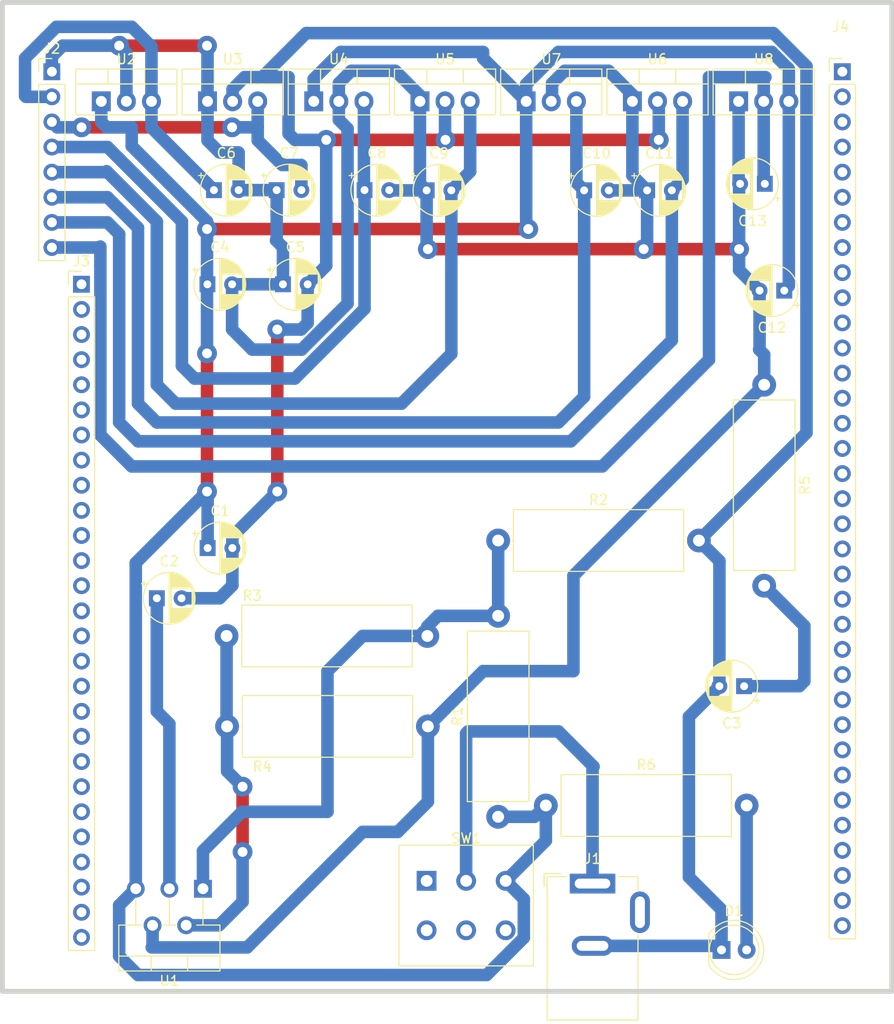
<source format=kicad_pcb>
(kicad_pcb (version 20221018) (generator pcbnew)
  (title_block (title "Fonte de tensao LM675") (date "2023-04-12") (rev "v01") (company "EITduino") (comment 1 "Autor: Gustavo Pinheiro") (comment 2 "reguladores: usar capacitores de tantalo"))
  (layers (0 "F.Cu" signal) (31 "B.Cu" signal) (34 "B.Paste" user) (35 "F.Paste" user) (36 "B.SilkS" user "B.Silkscreen") (37 "F.SilkS" user "F.Silkscreen") (38 "B.Mask" user) (39 "F.Mask" user) (44 "Edge.Cuts" user))
  (net 0 "")
  (net 1 "VCC")
  (net 2 "GND")
  (net 3 "Net-(U1-V-)")
  (net 4 "Net-(C3-Pad1)")
  (net 5 "Earth")
  (net 6 "+12V")
  (net 7 "-12V")
  (net 8 "+9V")
  (net 9 "-9V")
  (net 10 "+5V")
  (net 11 "-5V")
  (net 12 "+3.3V")
  (net 13 "Net-(D1-A)")
  (net 14 "Net-(J1-Pad1)")
  (net 37 "Net-(U1-+)")
  (net 38 "Net-(U1--)")
  (footprint "Package_TO_SOT_THT:TO-220-3_Vertical" (layer "F.Cu") (at 129 45)
    (fp_text reference "U2" (at 2.54 -4.27) (layer "F.SilkS"))
    (fp_text value "L7812")
    (pad "1" thru_hole rect (at 0 0) (size 1.905 2) (drill 1.1) (layers "*.Cu" "*.Mask") (net 1 "VCC"))
    (pad "2" thru_hole oval (at 2.54 0) (size 1.905 2) (drill 1.1) (layers "*.Cu" "*.Mask") (net 5 "Earth"))
    (pad "3" thru_hole oval (at 5.08 0) (size 1.905 2) (drill 1.1) (layers "*.Cu" "*.Mask") (net 6 "+12V"))
  )
  (footprint "Capacitor_THT:CP_Radial_D5.0mm_P2.50mm" (layer "F.Cu") (at 147.384888 63.5)
    (fp_text reference "C5" (at 1.25 -3.75) (layer "F.SilkS"))
    (fp_text value "22uF")
    (pad "1" thru_hole rect (at 0 0) (size 1.6 1.6) (drill 0.8) (layers "*.Cu" "*.Mask") (net 5 "Earth"))
    (pad "2" thru_hole circle (at 2.5 0) (size 1.6 1.6) (drill 0.8) (layers "*.Cu" "*.Mask") (net 2 "GND"))
  )
  (footprint "Resistor_THT:R_Axial_DIN0617_L17.0mm_D6.0mm_P20.32mm_Horizontal" (layer "F.Cu") (at 196.088 73.66 -90)
    (fp_text reference "R5" (at 10.16 -4.12 90) (layer "F.SilkS"))
    (fp_text value "R")
    (pad "1" thru_hole circle (at 0 0 270) (size 2.4 2.4) (drill 1.2) (layers "*.Cu" "*.Mask") (net 5 "Earth"))
    (pad "2" thru_hole oval (at 20.32 0 270) (size 2.4 2.4) (drill 1.2) (layers "*.Cu" "*.Mask") (net 4 "Net-(C3-Pad1)"))
  )
  (footprint "Capacitor_THT:CP_Radial_D5.0mm_P2.50mm" (layer "F.Cu") (at 196.150113 53.34 180)
    (fp_text reference "C13" (at 1.25 -3.75) (layer "F.SilkS"))
    (fp_text value "10uF")
    (pad "1" thru_hole rect (at 0 0 180) (size 1.6 1.6) (drill 0.8) (layers "*.Cu" "*.Mask") (net 12 "+3.3V"))
    (pad "2" thru_hole circle (at 2.5 0 180) (size 1.6 1.6) (drill 0.8) (layers "*.Cu" "*.Mask") (net 5 "Earth"))
  )
  (footprint "Resistor_THT:R_Axial_DIN0617_L17.0mm_D6.0mm_P20.32mm_Horizontal" (layer "F.Cu") (at 169.164 117.348 90)
    (fp_text reference "R1" (at 10.16 -4.12 90) (layer "F.SilkS"))
    (fp_text value "22k")
    (pad "1" thru_hole circle (at 0 0 90) (size 2.4 2.4) (drill 1.2) (layers "*.Cu" "*.Mask") (net 1 "VCC"))
    (pad "2" thru_hole oval (at 20.32 0 90) (size 2.4 2.4) (drill 1.2) (layers "*.Cu" "*.Mask") (net 37 "Net-(U1-+)"))
  )
  (footprint "Package_TO_SOT_THT:TO-220-3_Vertical" (layer "F.Cu") (at 172 45)
    (fp_text reference "U7" (at 2.54 -4.27) (layer "F.SilkS"))
    (fp_text value "L7805")
    (pad "1" thru_hole rect (at 0 0) (size 1.905 2) (drill 1.1) (layers "*.Cu" "*.Mask") (net 1 "VCC"))
    (pad "2" thru_hole oval (at 2.54 0) (size 1.905 2) (drill 1.1) (layers "*.Cu" "*.Mask") (net 5 "Earth"))
    (pad "3" thru_hole oval (at 5.08 0) (size 1.905 2) (drill 1.1) (layers "*.Cu" "*.Mask") (net 10 "+5V"))
  )
  (footprint "Capacitor_THT:CP_Radial_D5.0mm_P2.50mm" (layer "F.Cu") (at 139.74 63.5)
    (fp_text reference "C4" (at 1.25 -3.75) (layer "F.SilkS"))
    (fp_text value "3.3uF")
    (pad "1" thru_hole rect (at 0 0) (size 1.6 1.6) (drill 0.8) (layers "*.Cu" "*.Mask") (net 1 "VCC"))
    (pad "2" thru_hole circle (at 2.5 0) (size 1.6 1.6) (drill 0.8) (layers "*.Cu" "*.Mask") (net 5 "Earth"))
  )
  (footprint "Capacitor_THT:CP_Radial_D5.0mm_P2.50mm" (layer "F.Cu") (at 140.399888 53.975)
    (fp_text reference "C6" (at 1.25 -3.75) (layer "F.SilkS"))
    (fp_text value "1uF")
    (pad "1" thru_hole rect (at 0 0) (size 1.6 1.6) (drill 0.8) (layers "*.Cu" "*.Mask") (net 6 "+12V"))
    (pad "2" thru_hole circle (at 2.5 0) (size 1.6 1.6) (drill 0.8) (layers "*.Cu" "*.Mask") (net 5 "Earth"))
  )
  (footprint "LED_THT:LED_D5.0mm" (layer "F.Cu") (at 191.77 130.81)
    (fp_text reference "D1" (at 1.27 -3.96) (layer "F.SilkS"))
    (fp_text value "LED")
    (pad "1" thru_hole rect (at 0 0) (size 1.8 1.8) (drill 0.9) (layers "*.Cu" "*.Mask") (net 2 "GND"))
    (pad "2" thru_hole circle (at 2.54 0) (size 1.8 1.8) (drill 0.9) (layers "*.Cu" "*.Mask") (net 13 "Net-(D1-A)"))
  )
  (footprint "Connector_BarrelJack:BarrelJack_GCT_DCJ200-10-A_Horizontal" (layer "F.Cu") (at 178.715 124.1)
    (fp_text reference "J1" (at 0 -2.5) (layer "F.SilkS"))
    (fp_text value "Jack")
    (pad "1" thru_hole rect (at 0 0) (size 4.6 2) (drill oval 3.6 1) (layers "*.Cu" "*.Mask") (net 14 "Net-(J1-Pad1)"))
    (pad "2" thru_hole oval (at 0 6.3) (size 4.2 2) (drill oval 3.2 1) (layers "*.Cu" "*.Mask") (net 2 "GND"))
    (pad "3" thru_hole oval (at 4.8 2.9) (size 2 4.2) (drill oval 1 3.2) (layers "*.Cu" "*.Mask"))
  )
  (footprint "Capacitor_THT:CP_Radial_D5.0mm_P2.50mm" (layer "F.Cu") (at 194.056 104.14 180)
    (fp_text reference "C3" (at 1.25 -3.75) (layer "F.SilkS"))
    (fp_text value "0.22uF")
    (pad "1" thru_hole rect (at 0 0 180) (size 1.6 1.6) (drill 0.8) (layers "*.Cu" "*.Mask") (net 4 "Net-(C3-Pad1)"))
    (pad "2" thru_hole circle (at 2.5 0 180) (size 1.6 1.6) (drill 0.8) (layers "*.Cu" "*.Mask") (net 2 "GND"))
  )
  (footprint "Package_TO_SOT_THT:TO-220-3_Vertical" (layer "F.Cu") (at 182.75 45)
    (fp_text reference "U6" (at 2.54 -4.27) (layer "F.SilkS"))
    (fp_text value "L7905")
    (pad "1" thru_hole rect (at 0 0) (size 1.905 2) (drill 1.1) (layers "*.Cu" "*.Mask") (net 5 "Earth"))
    (pad "2" thru_hole oval (at 2.54 0) (size 1.905 2) (drill 1.1) (layers "*.Cu" "*.Mask") (net 2 "GND"))
    (pad "3" thru_hole oval (at 5.08 0) (size 1.905 2) (drill 1.1) (layers "*.Cu" "*.Mask") (net 11 "-5V"))
  )
  (footprint "Connector_PinHeader_2.54mm:PinHeader_1x35_P2.54mm_Vertical" (layer "F.Cu") (at 204 42)
    (fp_text reference "J4" (at -0.165 -4.535) (layer "F.SilkS"))
    (fp_text value "comunicacao" hide)
    (pad "1" thru_hole rect (at 0 0) (size 1.7 1.7) (drill 1) (layers "*.Cu" "*.Mask"))
    (pad "2" thru_hole oval (at 0 2.54) (size 1.7 1.7) (drill 1) (layers "*.Cu" "*.Mask"))
    (pad "3" thru_hole oval (at 0 5.08) (size 1.7 1.7) (drill 1) (layers "*.Cu" "*.Mask"))
    (pad "4" thru_hole oval (at 0 7.62) (size 1.7 1.7) (drill 1) (layers "*.Cu" "*.Mask"))
    (pad "5" thru_hole oval (at 0 10.16) (size 1.7 1.7) (drill 1) (layers "*.Cu" "*.Mask"))
    (pad "6" thru_hole oval (at 0 12.7) (size 1.7 1.7) (drill 1) (layers "*.Cu" "*.Mask"))
    (pad "7" thru_hole oval (at 0 15.24) (size 1.7 1.7) (drill 1) (layers "*.Cu" "*.Mask"))
    (pad "8" thru_hole oval (at 0 17.78) (size 1.7 1.7) (drill 1) (layers "*.Cu" "*.Mask"))
    (pad "9" thru_hole oval (at 0 20.32) (size 1.7 1.7) (drill 1) (layers "*.Cu" "*.Mask"))
    (pad "10" thru_hole oval (at 0 22.86) (size 1.7 1.7) (drill 1) (layers "*.Cu" "*.Mask"))
    (pad "11" thru_hole oval (at 0 25.4) (size 1.7 1.7) (drill 1) (layers "*.Cu" "*.Mask"))
    (pad "12" thru_hole oval (at 0 27.94) (size 1.7 1.7) (drill 1) (layers "*.Cu" "*.Mask"))
    (pad "13" thru_hole oval (at 0 30.48) (size 1.7 1.7) (drill 1) (layers "*.Cu" "*.Mask"))
    (pad "14" thru_hole oval (at 0 33.02) (size 1.7 1.7) (drill 1) (layers "*.Cu" "*.Mask"))
    (pad "15" thru_hole oval (at 0 35.56) (size 1.7 1.7) (drill 1) (layers "*.Cu" "*.Mask"))
    (pad "16" thru_hole oval (at 0 38.1) (size 1.7 1.7) (drill 1) (layers "*.Cu" "*.Mask"))
    (pad "17" thru_hole oval (at 0 40.64) (size 1.7 1.7) (drill 1) (layers "*.Cu" "*.Mask"))
    (pad "18" thru_hole oval (at 0 43.18) (size 1.7 1.7) (drill 1) (layers "*.Cu" "*.Mask"))
    (pad "19" thru_hole oval (at 0 45.72) (size 1.7 1.7) (drill 1) (layers "*.Cu" "*.Mask"))
    (pad "20" thru_hole oval (at 0 48.26) (size 1.7 1.7) (drill 1) (layers "*.Cu" "*.Mask"))
    (pad "21" thru_hole oval (at 0 50.8) (size 1.7 1.7) (drill 1) (layers "*.Cu" "*.Mask"))
    (pad "22" thru_hole oval (at 0 53.34) (size 1.7 1.7) (drill 1) (layers "*.Cu" "*.Mask"))
    (pad "23" thru_hole oval (at 0 55.88) (size 1.7 1.7) (drill 1) (layers "*.Cu" "*.Mask"))
    (pad "24" thru_hole oval (at 0 58.42) (size 1.7 1.7) (drill 1) (layers "*.Cu" "*.Mask"))
    (pad "25" thru_hole oval (at 0 60.96) (size 1.7 1.7) (drill 1) (layers "*.Cu" "*.Mask"))
    (pad "26" thru_hole oval (at 0 63.5) (size 1.7 1.7) (drill 1) (layers "*.Cu" "*.Mask"))
    (pad "27" thru_hole oval (at 0 66.04) (size 1.7 1.7) (drill 1) (layers "*.Cu" "*.Mask"))
    (pad "28" thru_hole oval (at 0 68.58) (size 1.7 1.7) (drill 1) (layers "*.Cu" "*.Mask"))
    (pad "29" thru_hole oval (at 0 71.12) (size 1.7 1.7) (drill 1) (layers "*.Cu" "*.Mask"))
    (pad "30" thru_hole oval (at 0 73.66) (size 1.7 1.7) (drill 1) (layers "*.Cu" "*.Mask"))
    (pad "31" thru_hole oval (at 0 76.2) (size 1.7 1.7) (drill 1) (layers "*.Cu" "*.Mask"))
    (pad "32" thru_hole oval (at 0 78.74) (size 1.7 1.7) (drill 1) (layers "*.Cu" "*.Mask"))
    (pad "33" thru_hole oval (at 0 81.28) (size 1.7 1.7) (drill 1) (layers "*.Cu" "*.Mask"))
    (pad "34" thru_hole oval (at 0 83.82) (size 1.7 1.7) (drill 1) (layers "*.Cu" "*.Mask"))
    (pad "35" thru_hole oval (at 0 86.36) (size 1.7 1.7) (drill 1) (layers "*.Cu" "*.Mask"))
  )
  (footprint "Package_TO_SOT_THT:TO-220-3_Vertical" (layer "F.Cu") (at 139.75 45)
    (fp_text reference "U3" (at 2.54 -4.27) (layer "F.SilkS"))
    (fp_text value "L7912")
    (pad "1" thru_hole rect (at 0 0) (size 1.905 2) (drill 1.1) (layers "*.Cu" "*.Mask") (net 5 "Earth"))
    (pad "2" thru_hole oval (at 2.54 0) (size 1.905 2) (drill 1.1) (layers "*.Cu" "*.Mask") (net 2 "GND"))
    (pad "3" thru_hole oval (at 5.08 0) (size 1.905 2) (drill 1.1) (layers "*.Cu" "*.Mask") (net 7 "-12V"))
  )
  (footprint "Resistor_THT:R_Axial_DIN0617_L17.0mm_D6.0mm_P20.32mm_Horizontal" (layer "F.Cu") (at 162 99.06 180)
    (fp_text reference "R3" (at 17.728 4.064) (layer "F.SilkS"))
    (fp_text value "1k")
    (pad "1" thru_hole circle (at 0 0 180) (size 2.4 2.4) (drill 1.2) (layers "*.Cu" "*.Mask") (net 37 "Net-(U1-+)"))
    (pad "2" thru_hole oval (at 20.32 0 180) (size 2.4 2.4) (drill 1.2) (layers "*.Cu" "*.Mask") (net 38 "Net-(U1--)"))
  )
  (footprint "Capacitor_THT:CP_Radial_D5.0mm_P2.50mm" (layer "F.Cu") (at 146.749888 53.975)
    (fp_text reference "C7" (at 1.25 -3.75) (layer "F.SilkS"))
    (fp_text value "10uF")
    (pad "1" thru_hole rect (at 0 0) (size 1.6 1.6) (drill 0.8) (layers "*.Cu" "*.Mask") (net 5 "Earth"))
    (pad "2" thru_hole circle (at 2.5 0) (size 1.6 1.6) (drill 0.8) (layers "*.Cu" "*.Mask") (net 7 "-12V"))
  )
  (footprint "Package_TO_SOT_THT:TO-220-5_P3.4x3.7mm_StaggerOdd_Lead3.8mm_Vertical" (layer "F.Cu") (at 139.29 124.62 180)
    (fp_text reference "U1" (at 3.4 -9.32) (layer "F.SilkS"))
    (fp_text value "LM675")
    (pad "1" thru_hole rect (at 0 0 180) (size 1.8 1.8) (drill 1.1) (layers "*.Cu" "*.Mask") (net 37 "Net-(U1-+)"))
    (pad "2" thru_hole oval (at 1.7 -3.7 180) (size 1.8 1.8) (drill 1.1) (layers "*.Cu" "*.Mask") (net 38 "Net-(U1--)"))
    (pad "3" thru_hole oval (at 3.4 0 180) (size 1.8 1.8) (drill 1.1) (layers "*.Cu" "*.Mask") (net 3 "Net-(U1-V-)"))
    (pad "4" thru_hole oval (at 5.1 -3.7 180) (size 1.8 1.8) (drill 1.1) (layers "*.Cu" "*.Mask") (net 5 "Earth"))
    (pad "5" thru_hole oval (at 6.8 0 180) (size 1.8 1.8) (drill 1.1) (layers "*.Cu" "*.Mask") (net 1 "VCC"))
  )
  (footprint "Connector_PinHeader_2.54mm:PinHeader_1x08_P2.54mm_Vertical" (layer "F.Cu") (at 124 42)
    (fp_text reference "J2" (at 0 -2.33) (layer "F.SilkS"))
    (fp_text value "tensoes")
    (pad "1" thru_hole rect (at 0 0) (size 1.7 1.7) (drill 1) (layers "*.Cu" "*.Mask") (net 5 "Earth"))
    (pad "2" thru_hole oval (at 0 2.54) (size 1.7 1.7) (drill 1) (layers "*.Cu" "*.Mask") (net 6 "+12V"))
    (pad "3" thru_hole oval (at 0 5.08) (size 1.7 1.7) (drill 1) (layers "*.Cu" "*.Mask") (net 7 "-12V"))
    (pad "4" thru_hole oval (at 0 7.62) (size 1.7 1.7) (drill 1) (layers "*.Cu" "*.Mask") (net 8 "+9V"))
    (pad "5" thru_hole oval (at 0 10.16) (size 1.7 1.7) (drill 1) (layers "*.Cu" "*.Mask") (net 9 "-9V"))
    (pad "6" thru_hole oval (at 0 12.7) (size 1.7 1.7) (drill 1) (layers "*.Cu" "*.Mask") (net 10 "+5V"))
    (pad "7" thru_hole oval (at 0 15.24) (size 1.7 1.7) (drill 1) (layers "*.Cu" "*.Mask") (net 11 "-5V"))
    (pad "8" thru_hole oval (at 0 17.78) (size 1.7 1.7) (drill 1) (layers "*.Cu" "*.Mask") (net 12 "+3.3V"))
  )
  (footprint "Connector_PinHeader_2.54mm:PinHeader_1x27_P2.54mm_Vertical" (layer "F.Cu") (at 127 63.5)
    (fp_text reference "J3" (at 0 -2.33) (layer "F.SilkS"))
    (fp_text value "sinais")
    (pad "1" thru_hole rect (at 0 0) (size 1.7 1.7) (drill 1) (layers "*.Cu" "*.Mask"))
    (pad "2" thru_hole oval (at 0 2.54) (size 1.7 1.7) (drill 1) (layers "*.Cu" "*.Mask"))
    (pad "3" thru_hole oval (at 0 5.08) (size 1.7 1.7) (drill 1) (layers "*.Cu" "*.Mask"))
    (pad "4" thru_hole oval (at 0 7.62) (size 1.7 1.7) (drill 1) (layers "*.Cu" "*.Mask"))
    (pad "5" thru_hole oval (at 0 10.16) (size 1.7 1.7) (drill 1) (layers "*.Cu" "*.Mask"))
    (pad "6" thru_hole oval (at 0 12.7) (size 1.7 1.7) (drill 1) (layers "*.Cu" "*.Mask"))
    (pad "7" thru_hole oval (at 0 15.24) (size 1.7 1.7) (drill 1) (layers "*.Cu" "*.Mask"))
    (pad "8" thru_hole oval (at 0 17.78) (size 1.7 1.7) (drill 1) (layers "*.Cu" "*.Mask"))
    (pad "9" thru_hole oval (at 0 20.32) (size 1.7 1.7) (drill 1) (layers "*.Cu" "*.Mask"))
    (pad "10" thru_hole oval (at 0 22.86) (size 1.7 1.7) (drill 1) (layers "*.Cu" "*.Mask"))
    (pad "11" thru_hole oval (at 0 25.4) (size 1.7 1.7) (drill 1) (layers "*.Cu" "*.Mask"))
    (pad "12" thru_hole oval (at 0 27.94) (size 1.7 1.7) (drill 1) (layers "*.Cu" "*.Mask"))
    (pad "13" thru_hole oval (at 0 30.48) (size 1.7 1.7) (drill 1) (layers "*.Cu" "*.Mask"))
    (pad "14" thru_hole oval (at 0 33.02) (size 1.7 1.7) (drill 1) (layers "*.Cu" "*.Mask"))
    (pad "15" thru_hole oval (at 0 35.56) (size 1.7 1.7) (drill 1) (layers "*.Cu" "*.Mask"))
    (pad "16" thru_hole oval (at 0 38.1) (size 1.7 1.7) (drill 1) (layers "*.Cu" "*.Mask"))
    (pad "17" thru_hole oval (at 0 40.64) (size 1.7 1.7) (drill 1) (layers "*.Cu" "*.Mask"))
    (pad "18" thru_hole oval (at 0 43.18) (size 1.7 1.7) (drill 1) (layers "*.Cu" "*.Mask"))
    (pad "19" thru_hole oval (at 0 45.72) (size 1.7 1.7) (drill 1) (layers "*.Cu" "*.Mask"))
    (pad "20" thru_hole oval (at 0 48.26) (size 1.7 1.7) (drill 1) (layers "*.Cu" "*.Mask"))
    (pad "21" thru_hole oval (at 0 50.8) (size 1.7 1.7) (drill 1) (layers "*.Cu" "*.Mask"))
    (pad "22" thru_hole oval (at 0 53.34) (size 1.7 1.7) (drill 1) (layers "*.Cu" "*.Mask"))
    (pad "23" thru_hole oval (at 0 55.88) (size 1.7 1.7) (drill 1) (layers "*.Cu" "*.Mask"))
    (pad "24" thru_hole oval (at 0 58.42) (size 1.7 1.7) (drill 1) (layers "*.Cu" "*.Mask"))
    (pad "25" thru_hole oval (at 0 60.96) (size 1.7 1.7) (drill 1) (layers "*.Cu" "*.Mask"))
    (pad "26" thru_hole oval (at 0 63.5) (size 1.7 1.7) (drill 1) (layers "*.Cu" "*.Mask"))
    (pad "27" thru_hole oval (at 0 66.04) (size 1.7 1.7) (drill 1) (layers "*.Cu" "*.Mask"))
  )
  (footprint "Resistor_THT:R_Axial_DIN0617_L17.0mm_D6.0mm_P20.32mm_Horizontal" (layer "F.Cu") (at 173.99 116.205)
    (fp_text reference "R6" (at 10.16 -4.12) (layer "F.SilkS"))
    (fp_text value "1.5k")
    (pad "1" thru_hole circle (at 0 0) (size 2.4 2.4) (drill 1.2) (layers "*.Cu" "*.Mask") (net 1 "VCC"))
    (pad "2" thru_hole oval (at 20.32 0) (size 2.4 2.4) (drill 1.2) (layers "*.Cu" "*.Mask") (net 13 "Net-(D1-A)"))
  )
  (footprint "Package_TO_SOT_THT:TO-220-3_Vertical" (layer "F.Cu") (at 193.5 45)
    (fp_text reference "U8" (at 2.54 -4.27) (layer "F.SilkS"))
    (fp_text value "LM1117T-3.3")
    (pad "1" thru_hole rect (at 0 0) (size 1.905 2) (drill 1.1) (layers "*.Cu" "*.Mask") (net 5 "Earth"))
    (pad "2" thru_hole oval (at 2.54 0) (size 1.905 2) (drill 1.1) (layers "*.Cu" "*.Mask") (net 12 "+3.3V"))
    (pad "3" thru_hole oval (at 5.08 0) (size 1.905 2) (drill 1.1) (layers "*.Cu" "*.Mask") (net 1 "VCC"))
  )
  (footprint "Package_TO_SOT_THT:TO-220-3_Vertical" (layer "F.Cu") (at 161.25 45)
    (fp_text reference "U5" (at 2.54 -4.27) (layer "F.SilkS"))
    (fp_text value "LM7909_TO220")
    (pad "1" thru_hole rect (at 0 0) (size 1.905 2) (drill 1.1) (layers "*.Cu" "*.Mask") (net 5 "Earth"))
    (pad "2" thru_hole oval (at 2.54 0) (size 1.905 2) (drill 1.1) (layers "*.Cu" "*.Mask") (net 2 "GND"))
    (pad "3" thru_hole oval (at 5.08 0) (size 1.905 2) (drill 1.1) (layers "*.Cu" "*.Mask") (net 9 "-9V"))
  )
  (footprint "Resistor_THT:R_Axial_DIN0617_L17.0mm_D6.0mm_P20.32mm_Horizontal" (layer "F.Cu") (at 141.732 108.204)
    (fp_text reference "R4" (at 3.556 4.064) (layer "F.SilkS"))
    (fp_text value "15k")
    (pad "1" thru_hole circle (at 0 0) (size 2.4 2.4) (drill 1.2) (layers "*.Cu" "*.Mask") (net 38 "Net-(U1--)"))
    (pad "2" thru_hole oval (at 20.32 0) (size 2.4 2.4) (drill 1.2) (layers "*.Cu" "*.Mask") (net 5 "Earth"))
  )
  (footprint "Button_Switch_THT:SW_PUSH_E-Switch_FS5700DP_DPDT" (layer "F.Cu") (at 161.925 123.825)
    (fp_text reference "SW1" (at 4 -4.3) (layer "F.SilkS"))
    (fp_text value "SW_Push_DPDT")
    (pad "1" thru_hole rect (at 0 0) (size 2 2) (drill 1.2) (layers "*.Cu" "*.Mask"))
    (pad "2" thru_hole circle (at 4 0) (size 2 2) (drill 1.2) (layers "*.Cu" "*.Mask") (net 14 "Net-(J1-Pad1)"))
    (pad "3" thru_hole circle (at 8 0) (size 2 2) (drill 1.2) (layers "*.Cu" "*.Mask") (net 1 "VCC"))
    (pad "4" thru_hole circle (at 0 5) (size 2 2) (drill 1.2) (layers "*.Cu" "*.Mask"))
    (pad "5" thru_hole circle (at 4 5) (size 2 2) (drill 1.2) (layers "*.Cu" "*.Mask"))
    (pad "6" thru_hole circle (at 8 5) (size 2 2) (drill 1.2) (layers "*.Cu" "*.Mask"))
  )
  (footprint "Capacitor_THT:CP_Radial_D5.0mm_P2.50mm" (layer "F.Cu") (at 155.639888 53.975)
    (fp_text reference "C8" (at 1.25 -3.75) (layer "F.SilkS"))
    (fp_text value "1uF")
    (pad "1" thru_hole rect (at 0 0) (size 1.6 1.6) (drill 0.8) (layers "*.Cu" "*.Mask") (net 8 "+9V"))
    (pad "2" thru_hole circle (at 2.5 0) (size 1.6 1.6) (drill 0.8) (layers "*.Cu" "*.Mask") (net 5 "Earth"))
  )
  (footprint "Package_TO_SOT_THT:TO-220-3_Vertical" (layer "F.Cu") (at 150.5 45)
    (fp_text reference "U4" (at 2.54 -4.27) (layer "F.SilkS"))
    (fp_text value "L7809")
    (pad "1" thru_hole rect (at 0 0) (size 1.905 2) (drill 1.1) (layers "*.Cu" "*.Mask") (net 1 "VCC"))
    (pad "2" thru_hole oval (at 2.54 0) (size 1.905 2) (drill 1.1) (layers "*.Cu" "*.Mask") (net 5 "Earth"))
    (pad "3" thru_hole oval (at 5.08 0) (size 1.905 2) (drill 1.1) (layers "*.Cu" "*.Mask") (net 8 "+9V"))
  )
  (footprint "Capacitor_THT:CP_Radial_D5.0mm_P2.50mm" (layer "F.Cu") (at 134.62 95.25)
    (fp_text reference "C2" (at 1.25 -3.75) (layer "F.SilkS"))
    (fp_text value "0.1uF")
    (pad "1" thru_hole rect (at 0 0) (size 1.6 1.6) (drill 0.8) (layers "*.Cu" "*.Mask") (net 3 "Net-(U1-V-)"))
    (pad "2" thru_hole circle (at 2.5 0) (size 1.6 1.6) (drill 0.8) (layers "*.Cu" "*.Mask") (net 2 "GND"))
  )
  (footprint "Capacitor_THT:CP_Radial_D5.0mm_P2.50mm" (layer "F.Cu") (at 177.864888 54)
    (fp_text reference "C10" (at 1.25 -3.75) (layer "F.SilkS"))
    (fp_text value "1uF")
    (pad "1" thru_hole rect (at 0 0) (size 1.6 1.6) (drill 0.8) (layers "*.Cu" "*.Mask") (net 10 "+5V"))
    (pad "2" thru_hole circle (at 2.5 0) (size 1.6 1.6) (drill 0.8) (layers "*.Cu" "*.Mask") (net 5 "Earth"))
  )
  (footprint "Resistor_THT:R_Axial_DIN0617_L17.0mm_D6.0mm_P20.32mm_Horizontal" (layer "F.Cu") (at 169.164 89.408)
    (fp_text reference "R2" (at 10.16 -4.12) (layer "F.SilkS"))
    (fp_text value "22k")
    (pad "1" thru_hole circle (at 0 0) (size 2.4 2.4) (drill 1.2) (layers "*.Cu" "*.Mask") (net 37 "Net-(U1-+)"))
    (pad "2" thru_hole oval (at 20.32 0) (size 2.4 2.4) (drill 1.2) (layers "*.Cu" "*.Mask") (net 2 "GND"))
  )
  (footprint "Capacitor_THT:CP_Radial_D5.0mm_P2.50mm" (layer "F.Cu") (at 184.239776 54)
    (fp_text reference "C11" (at 1.25 -3.75) (layer "F.SilkS"))
    (fp_text value "10uF")
    (pad "1" thru_hole rect (at 0 0) (size 1.6 1.6) (drill 0.8) (layers "*.Cu" "*.Mask") (net 5 "Earth"))
    (pad "2" thru_hole circle (at 2.5 0) (size 1.6 1.6) (drill 0.8) (layers "*.Cu" "*.Mask") (net 11 "-5V"))
  )
  (footprint "Capacitor_THT:CP_Radial_D5.0mm_P2.50mm" (layer "F.Cu") (at 139.764888 90.17)
    (fp_text reference "C1" (at 1.25 -3.75) (layer "F.SilkS"))
    (fp_text value "0.1uf")
    (pad "1" thru_hole rect (at 0 0) (size 1.6 1.6) (drill 0.8) (layers "*.Cu" "*.Mask") (net 1 "VCC"))
    (pad "2" thru_hole circle (at 2.5 0) (size 1.6 1.6) (drill 0.8) (layers "*.Cu" "*.Mask") (net 2 "GND"))
  )
  (footprint "Capacitor_THT:CP_Radial_D5.0mm_P2.50mm" (layer "F.Cu") (at 161.925 54)
    (fp_text reference "C9" (at 1.25 -3.75) (layer "F.SilkS"))
    (fp_text value "10uF")
    (pad "1" thru_hole rect (at 0 0) (size 1.6 1.6) (drill 0.8) (layers "*.Cu" "*.Mask") (net 5 "Earth"))
    (pad "2" thru_hole circle (at 2.5 0) (size 1.6 1.6) (drill 0.8) (layers "*.Cu" "*.Mask") (net 9 "-9V"))
  )
  (footprint "Capacitor_THT:CP_Radial_D5.0mm_P2.50mm" (layer "F.Cu") (at 198.12 64.135 180)
    (fp_text reference "C12" (at 1.25 -3.75) (layer "F.SilkS"))
    (fp_text value "10uF")
    (pad "1" thru_hole rect (at 0 0 180) (size 1.6 1.6) (drill 0.8) (layers "*.Cu" "*.Mask") (net 1 "VCC"))
    (pad "2" thru_hole circle (at 2.5 0 180) (size 1.6 1.6) (drill 0.8) (layers "*.Cu" "*.Mask") (net 5 "Earth"))
  )
  (gr_line (start 209 135) (end 119 135) (stroke (width 0.5)) (layer "Edge.Cuts"))
  (gr_line (start 209 135) (end 209 35) (stroke (width 0.5)) (layer "Edge.Cuts"))
  (gr_line (start 119 35) (end 209 35) (stroke (width 0.5)) (layer "Edge.Cuts"))
  (gr_line (start 119 35) (end 119 135) (stroke (width 0.5)) (layer "Edge.Cuts"))
  (segment (start 139.7 70.485) (end 139.7 84.455) (width 1.27) (layer "F.Cu") (net 1))
  (segment (start 139.7 57.912) (end 172.212 57.912) (width 1.27) (layer "F.Cu") (net 1))
  (via (at 139.7 84.455) (size 2) (drill 1) (layers "F.Cu" "B.Cu") (net 1))
  (via (at 172.212 57.912) (size 2) (drill 1) (layers "F.Cu" "B.Cu") (net 1))
  (via (at 139.7 57.912) (size 2) (drill 1) (layers "F.Cu" "B.Cu") (net 1))
  (via (at 139.7 70.485) (size 2) (drill 1) (layers "F.Cu" "B.Cu") (net 1))
  (segment (start 139.7 63.46) (end 139.74 63.5) (width 1.27) (layer "B.Cu") (net 1))
  (segment (start 139.764888 84.519888) (end 139.7 84.455) (width 1.27) (layer "B.Cu") (net 1))
  (segment (start 129 47.085) (end 129.54 47.625) (width 1.27) (layer "B.Cu") (net 1))
  (segment (start 167.64 40.64) (end 167.64 40.005) (width 1.27) (layer "B.Cu") (net 1))
  (segment (start 173.99 116.205) (end 173.99 119.76) (width 1.27) (layer "B.Cu") (net 1))
  (segment (start 169.164 117.348) (end 172.847 117.348) (width 1.27) (layer "B.Cu") (net 1))
  (segment (start 173.99 119.76) (end 169.925 123.825) (width 1.27) (layer "B.Cu") (net 1))
  (segment (start 172 57.7) (end 172.212 57.912) (width 1.27) (layer "B.Cu") (net 1))
  (segment (start 175.26 40.005) (end 196.85 40.005) (width 1.27) (layer "B.Cu") (net 1))
  (segment (start 153.225 40.005) (end 167.64 40.005) (width 1.27) (layer "B.Cu") (net 1))
  (segment (start 196.85 40.005) (end 198.58 41.735) (width 1.27) (layer "B.Cu") (net 1))
  (segment (start 172 45) (end 167.64 40.64) (width 1.27) (layer "B.Cu") (net 1))
  (segment (start 198.58 41.735) (end 198.58 45) (width 1.27) (layer "B.Cu") (net 1))
  (segment (start 132.715 133.35) (end 167.995082 133.35) (width 1.27) (layer "B.Cu") (net 1))
  (segment (start 130.81 126.3) (end 130.81 131.445) (width 1.27) (layer "B.Cu") (net 1))
  (segment (start 167.995082 133.35) (end 171.76 129.585082) (width 1.27) (layer "B.Cu") (net 1))
  (segment (start 172 43.265) (end 175.26 40.005) (width 1.27) (layer "B.Cu") (net 1))
  (segment (start 129.54 47.625) (end 132.08 47.625) (width 1.27) (layer "B.Cu") (net 1))
  (segment (start 150.5 45) (end 150.5 42.73) (width 1.27) (layer "B.Cu") (net 1))
  (segment (start 172 45) (end 172 43.265) (width 1.27) (layer "B.Cu") (net 1))
  (segment (start 172.847 117.348) (end 173.99 116.205) (width 1.27) (layer "B.Cu") (net 1))
  (segment (start 198.58 45) (end 198.58 63.675) (width 1.27) (layer "B.Cu") (net 1))
  (segment (start 139.764888 90.17) (end 139.764888 84.519888) (width 1.27) (layer "B.Cu") (net 1))
  (segment (start 139.7 70.485) (end 139.7 63.54) (width 1.27) (layer "B.Cu") (net 1))
  (segment (start 130.81 131.445) (end 132.715 133.35) (width 1.27) (layer "B.Cu") (net 1))
  (segment (start 129 45) (end 129 47.085) (width 1.27) (layer "B.Cu") (net 1))
  (segment (start 139.7 57.15) (end 132.08 49.53) (width 1.27) (layer "B.Cu") (net 1))
  (segment (start 132.08 47.625) (end 132.08 49.53) (width 1.27) (layer "B.Cu") (net 1))
  (segment (start 139.7 57.912) (end 139.7 57.15) (width 1.27) (layer "B.Cu") (net 1))
  (segment (start 150.5 42.73) (end 153.225 40.005) (width 1.27) (layer "B.Cu") (net 1))
  (segment (start 171.76 129.585082) (end 171.76 125.66) (width 1.27) (layer "B.Cu") (net 1))
  (segment (start 132.49 124.62) (end 130.81 126.3) (width 1.27) (layer "B.Cu") (net 1))
  (segment (start 139.7 63.54) (end 139.74 63.5) (width 1.27) (layer "B.Cu") (net 1))
  (segment (start 139.7 57.912) (end 139.7 63.46) (width 1.27) (layer "B.Cu") (net 1))
  (segment (start 172 45) (end 172 57.7) (width 1.27) (layer "B.Cu") (net 1))
  (segment (start 132.49 124.62) (end 132.49 91.665) (width 1.27) (layer "B.Cu") (net 1))
  (segment (start 132.49 91.665) (end 139.7 84.455) (width 1.27) (layer "B.Cu") (net 1))
  (segment (start 171.76 125.66) (end 169.925 123.825) (width 1.27) (layer "B.Cu") (net 1))
  (segment (start 163.83 48.895) (end 185.42 48.895) (width 1.27) (layer "F.Cu") (net 2))
  (segment (start 146.812 68.072) (end 146.812 84.455) (width 1.27) (layer "F.Cu") (net 2))
  (segment (start 151.765 48.895) (end 163.83 48.895) (width 1.27) (layer "F.Cu") (net 2))
  (via (at 163.83 48.895) (size 2) (drill 1) (layers "F.Cu" "B.Cu") (net 2))
  (via (at 185.42 48.895) (size 2) (drill 1) (layers "F.Cu" "B.Cu") (net 2))
  (via (at 151.765 48.895) (size 2) (drill 1) (layers "F.Cu" "B.Cu") (net 2))
  (via (at 146.812 84.455) (size 2) (drill 1) (layers "F.Cu" "B.Cu") (net 2))
  (via (at 146.812 68.072) (size 2) (drill 1) (layers "F.Cu" "B.Cu") (net 2))
  (segment (start 188.468 123.444) (end 188.468 107.228) (width 1.27) (layer "B.Cu") (net 2))
  (segment (start 188.468 107.228) (end 191.556 104.14) (width 1.27) (layer "B.Cu") (net 2))
  (segment (start 191.556 91.48) (end 189.484 89.408) (width 1.27) (layer "B.Cu") (net 2))
  (segment (start 145.288 42.545) (end 147.955 42.545) (width 1.27) (layer "B.Cu") (net 2))
  (segment (start 197.023894 38.1) (end 149.733 38.1) (width 1.27) (layer "B.Cu") (net 2))
  (segment (start 185.42 48.895) (end 185.42 45.13) (width 1.27) (layer "B.Cu") (net 2))
  (segment (start 147.955 42.545) (end 147.955 48.26) (width 1.27) (layer "B.Cu") (net 2))
  (segment (start 185.42 45.13) (end 185.29 45) (width 1.27) (layer "B.Cu") (net 2))
  (segment (start 191.556 104.14) (end 191.556 91.48) (width 1.27) (layer "B.Cu") (net 2))
  (segment (start 142.264888 93.955112) (end 142.264888 90.17) (width 1.27) (layer "B.Cu") (net 2))
  (segment (start 142.29 45) (end 142.29 43.765) (width 1.27) (layer "B.Cu") (net 2))
  (segment (start 148.59 48.895) (end 147.955 48.26) (width 1.27) (layer "B.Cu") (net 2))
  (segment (start 191.77 130.81) (end 191.77 126.746) (width 1.27) (layer "B.Cu") (net 2))
  (segment (start 163.79 48.855) (end 163.83 48.895) (width 1.27) (layer "B.Cu") (net 2))
  (segment (start 140.97 95.25) (end 142.264888 93.955112) (width 1.27) (layer "B.Cu") (net 2))
  (segment (start 149.884888 63.5) (end 149.884888 67.412112) (width 1.27) (layer "B.Cu") (net 2))
  (segment (start 200.3675 78.5245) (end 200.3675 41.443606) (width 1.27) (layer "B.Cu") (net 2))
  (segment (start 143.51 42.545) (end 145.288 42.545) (width 1.27) (layer "B.Cu") (net 2))
  (segment (start 200.3675 41.443606) (end 197.023894 38.1) (width 1.27) (layer "B.Cu") (net 2))
  (segment (start 191.36 130.4) (end 191.77 130.81) (width 1.27) (layer "B.Cu") (net 2))
  (segment (start 142.264888 89.002112) (end 146.812 84.455) (width 1.27) (layer "B.Cu") (net 2))
  (segment (start 149.884888 63.5) (end 151.765 61.619888) (width 1.27) (layer "B.Cu") (net 2))
  (segment (start 142.264888 90.17) (end 142.264888 89.002112) (width 1.27) (layer "B.Cu") (net 2))
  (segment (start 149.225 68.072) (end 149.884888 67.412112) (width 1.27) (layer "B.Cu") (net 2))
  (segment (start 142.29 43.765) (end 143.51 42.545) (width 1.27) (layer "B.Cu") (net 2))
  (segment (start 151.765 48.895) (end 148.59 48.895) (width 1.27) (layer "B.Cu") (net 2))
  (segment (start 149.733 38.1) (end 145.288 42.545) (width 1.27) (layer "B.Cu") (net 2))
  (segment (start 191.77 126.746) (end 188.468 123.444) (width 1.27) (layer "B.Cu") (net 2))
  (segment (start 151.765 48.895) (end 151.765 61.619888) (width 1.27) (layer "B.Cu") (net 2))
  (segment (start 163.79 45) (end 163.79 48.855) (width 1.27) (layer "B.Cu") (net 2))
  (segment (start 189.484 89.408) (end 200.3675 78.5245) (width 1.27) (layer "B.Cu") (net 2))
  (segment (start 178.715 130.4) (end 191.36 130.4) (width 1.27) (layer "B.Cu") (net 2))
  (segment (start 137.12 95.25) (end 140.97 95.25) (width 1.27) (layer "B.Cu") (net 2))
  (segment (start 146.812 68.072) (end 149.225 68.072) (width 1.27) (layer "B.Cu") (net 2))
  (segment (start 135.89 124.62) (end 135.89 107.95) (width 1.27) (layer "B.Cu") (net 3))
  (segment (start 135.89 107.95) (end 134.62 106.68) (width 1.27) (layer "B.Cu") (net 3))
  (segment (start 134.62 106.68) (end 134.62 95.25) (width 1.27) (layer "B.Cu") (net 3))
  (segment (start 194.056 104.14) (end 199.644 104.14) (width 1.27) (layer "B.Cu") (net 4))
  (segment (start 199.644 104.14) (end 200.152 103.632) (width 1.27) (layer "B.Cu") (net 4))
  (segment (start 200.152 103.632) (end 200.152 98.044) (width 1.27) (layer "B.Cu") (net 4))
  (segment (start 200.152 98.044) (end 196.088 93.98) (width 1.27) (layer "B.Cu") (net 4))
  (segment (start 193.548 59.944) (end 183.896 59.944) (width 1.27) (layer "F.Cu") (net 5))
  (segment (start 130.81 39.37) (end 139.7 39.37) (width 1.27) (layer "F.Cu") (net 5))
  (segment (start 162.052 59.944) (end 183.896 59.944) (width 1.27) (layer "F.Cu") (net 5))
  (via (at 193.548 59.944) (size 2) (drill 1) (layers "F.Cu" "B.Cu") (net 5))
  (via (at 130.81 39.37) (size 2) (drill 1) (layers "F.Cu" "B.Cu") (net 5))
  (via (at 139.7 39.37) (size 2) (drill 1) (layers "F.Cu" "B.Cu") (net 5))
  (via (at 162.052 59.944) (size 2) (drill 1) (layers "F.Cu" "B.Cu") (net 5))
  (via (at 183.896 59.944) (size 2) (drill 1) (layers "F.Cu" "B.Cu") (net 5))
  (segment (start 161.925 59.817) (end 162.052 59.944) (width 1.27) (layer "B.Cu") (net 5))
  (segment (start 146.685 59.055) (end 146.749888 58.990112) (width 1.27) (layer "B.Cu") (net 5))
  (segment (start 162.052 115.824) (end 159.004 118.872) (width 1.27) (layer "B.Cu") (net 5))
  (segment (start 149.271894 70.104) (end 144.272 70.104) (width 1.27) (layer "B.Cu") (net 5))
  (segment (start 161.925 54) (end 158.164888 54) (width 1.27) (layer "B.Cu") (net 5))
  (segment (start 131.54 40.1) (end 130.81 39.37) (width 1.27) (layer "B.Cu") (net 5))
  (segment (start 155.448 118.872) (end 143.764 130.556) (width 1.27) (layer "B.Cu") (net 5))
  (segment (start 184.239776 59.600224) (end 183.896 59.944) (width 1.27) (layer "B.Cu") (net 5))
  (segment (start 140.97 50.165) (end 142.875 50.165) (width 1.27) (layer "B.Cu") (net 5))
  (segment (start 124 42) (end 124 40.465) (width 1.27) (layer "B.Cu") (net 5))
  (segment (start 193.5 45) (end 193.5 53.189887) (width 1.27) (layer "B.Cu") (net 5))
  (segment (start 193.548 53.442113) (end 193.650113 53.34) (width 1.27) (layer "B.Cu") (net 5))
  (segment (start 154.305 41.91) (end 158.75 41.91) (width 1.27) (layer "B.Cu") (net 5))
  (segment (start 142.875 50.165) (end 142.899888 50.189888) (width 1.27) (layer "B.Cu") (net 5))
  (segment (start 162.052 108.204) (end 162.052 115.824) (width 1.27) (layer "B.Cu") (net 5))
  (segment (start 184.239776 54) (end 180.364888 54) (width 1.27) (layer "B.Cu") (net 5))
  (segment (start 153.04 46.868) (end 153.924 47.752) (width 1.27) (layer "B.Cu") (net 5))
  (segment (start 174.625 43.18) (end 175.895 41.91) (width 1.27) (layer "B.Cu") (net 5))
  (segment (start 153.924 65.451894) (end 149.271894 70.104) (width 1.27) (layer "B.Cu") (net 5))
  (segment (start 175.895 41.91) (end 180.34 41.91) (width 1.27) (layer "B.Cu") (net 5))
  (segment (start 139.75 45) (end 139.75 48.945) (width 1.27) (layer "B.Cu") (net 5))
  (segment (start 131.54 45) (end 131.54 40.1) (width 1.27) (layer "B.Cu") (net 5))
  (segment (start 195.58 70.104) (end 195.62 70.064) (width 1.27) (layer "B.Cu") (net 5))
  (segment (start 161.25 44.41) (end 161.25 45) (width 1.27) (layer "B.Cu") (net 5))
  (segment (start 182.75 44.32) (end 182.75 45) (width 1.27) (layer "B.Cu") (net 5))
  (segment (start 162.052 108.204) (end 167.64 102.616) (width 1.27) (layer "B.Cu") (net 5))
  (segment (start 139.75 48.945) (end 140.97 50.165) (width 1.27) (layer "B.Cu") (net 5))
  (segment (start 147.384888 63.5) (end 142.24 63.5) (width 1.27) (layer "B.Cu") (net 5))
  (segment (start 142.24 68.072) (end 142.24 63.5) (width 1.27) (layer "B.Cu") (net 5))
  (segment (start 176.784 92.964) (end 196.088 73.66) (width 1.27) (layer "B.Cu") (net 5))
  (segment (start 159.004 118.872) (end 155.448 118.872) (width 1.27) (layer "B.Cu") (net 5))
  (segment (start 167.64 102.616) (end 176.784 102.616) (width 1.27) (layer "B.Cu") (net 5))
  (segment (start 153.924 47.752) (end 153.924 65.451894) (width 1.27) (layer "B.Cu") (net 5))
  (segment (start 193.548 59.944) (end 193.548 53.442113) (width 1.27) (layer "B.Cu") (net 5))
  (segment (start 161.925 54) (end 161.925 59.817) (width 1.27) (layer "B.Cu") (net 5))
  (segment (start 146.749888 53.975) (end 142.899888 53.975) (width 1.27) (layer "B.Cu") (net 5))
  (segment (start 180.34 41.91) (end 182.75 44.32) (width 1.27) (layer "B.Cu") (net 5))
  (segment (start 161.25 45) (end 161.25 53.325) (width 1.27) (layer "B.Cu") (net 5))
  (segment (start 153.04 43.175) (end 154.305 41.91) (width 1.27) (layer "B.Cu") (net 5))
  (segment (start 139.75 39.42) (end 139.7 39.37) (width 1.27) (layer "B.Cu") (net 5))
  (segment (start 193.548 59.944) (end 193.548 62.063) (width 1.27) (layer "B.Cu") (net 5))
  (segment (start 147.384888 63.5) (end 147.384888 59.754888) (width 1.27) (layer "B.Cu") (net 5))
  (segment (start 158.164888 54) (end 158.139888 53.975) (width 1.27) (layer "B.Cu") (net 5))
  (segment (start 193.548 62.063) (end 195.62 64.135) (width 1.27) (layer "B.Cu") (net 5))
  (segment (start 196.088 73.66) (end 196.088 70.612) (width 1.27) (layer "B.Cu") (net 5))
  (segment (start 176.784 102.616) (end 176.784 92.964) (width 1.27) (layer "B.Cu") (net 5))
  (segment (start 196.088 70.612) (end 195.58 70.104) (width 1.27) (layer "B.Cu") (net 5))
  (segment (start 174.54 45) (end 174.54 44.9525) (width 1.27) (layer "B.Cu") (net 5))
  (segment (start 174.54 44.9525) (end 174.625 44.8675) (width 1.27) (layer "B.Cu") (net 5))
  (segment (start 184.239776 54) (end 184.239776 59.600224) (width 1.27) (layer "B.Cu") (net 5))
  (segment (start 125.095 39.37) (end 130.81 39.37) (width 1.27) (layer "B.Cu") (net 5))
  (segment (start 147.384888 59.754888) (end 146.685 59.055) (width 1.27) (layer "B.Cu") (net 5))
  (segment (start 153.04 45) (end 153.04 46.868) (width 1.27) (layer "B.Cu") (net 5))
  (segment (start 134.19 130.478) (end 134.19 128.32) (width 1.27) (layer "B.Cu") (net 5))
  (segment (start 174.625 44.8675) (end 174.625 43.18) (width 1.27) (layer "B.Cu") (net 5))
  (segment (start 144.272 70.104) (end 142.24 68.072) (width 1.27) (layer "B.Cu") (net 5))
  (segment (start 124 40.465) (end 125.095 39.37) (width 1.27) (layer "B.Cu") (net 5))
  (segment (start 143.764 130.556) (end 134.112 130.556) (width 1.27) (layer "B.Cu") (net 5))
  (segment (start 182.75 45) (end 182.75 52.510224) (width 1.27) (layer "B.Cu") (net 5))
  (segment (start 134.112 130.556) (end 134.19 130.478) (width 1.27) (layer "B.Cu") (net 5))
  (segment (start 195.62 70.064) (end 195.62 64.135) (width 1.27) (layer "B.Cu") (net 5))
  (segment (start 142.899888 50.189888) (end 142.899888 53.975) (width 1.27) (layer "B.Cu") (net 5))
  (segment (start 153.04 45) (end 153.04 43.175) (width 1.27) (layer "B.Cu") (net 5))
  (segment (start 161.25 53.325) (end 161.925 54) (width 1.27) (layer "B.Cu") (net 5))
  (segment (start 139.75 45) (end 139.75 39.42) (width 1.27) (layer "B.Cu") (net 5))
  (segment (start 182.75 52.510224) (end 184.239776 54) (width 1.27) (layer "B.Cu") (net 5))
  (segment (start 146.749888 58.990112) (end 146.749888 53.975) (width 1.27) (layer "B.Cu") (net 5))
  (segment (start 158.75 41.91) (end 161.25 44.41) (width 1.27) (layer "B.Cu") (net 5))
  (segment (start 121.285 40.64) (end 124.46 37.465) (width 1.27) (layer "B.Cu") (net 6))
  (segment (start 134.08 45) (end 134.08 47.655112) (width 1.27) (layer "B.Cu") (net 6))
  (segment (start 124 44.54) (end 121.375 44.54) (width 1.27) (layer "B.Cu") (net 6))
  (segment (start 121.375 44.54) (end 121.285 44.45) (width 1.27) (layer "B.Cu") (net 6))
  (segment (start 132.08 37.465) (end 134.08 39.465) (width 1.27) (layer "B.Cu") (net 6))
  (segment (start 134.08 45) (end 134.08 39.465) (width 1.27) (layer "B.Cu") (net 6))
  (segment (start 134.08 47.655112) (end 140.399888 53.975) (width 1.27) (layer "B.Cu") (net 6))
  (segment (start 121.285 44.45) (end 121.285 40.64) (width 1.27) (layer "B.Cu") (net 6))
  (segment (start 124.46 37.465) (end 132.08 37.465) (width 1.27) (layer "B.Cu") (net 6))
  (segment (start 127 47.625) (end 142.24 47.625) (width 1.27) (layer "F.Cu") (net 7))
  (via (at 127 47.625) (size 2) (drill 1) (layers "F.Cu" "B.Cu") (net 7))
  (via (at 142.24 47.625) (size 2) (drill 1) (layers "F.Cu" "B.Cu") (net 7))
  (segment (start 144.83 48.945) (end 147.32 51.435) (width 1.27) (layer "B.Cu") (net 7))
  (segment (start 127 47.625) (end 124.545 47.625) (width 1.27) (layer "B.Cu") (net 7))
  (segment (start 149.225 51.435) (end 149.249888 51.459888) (width 1.27) (layer "B.Cu") (net 7))
  (segment (start 142.24 47.625) (end 144.83 47.625) (width 1.27) (layer "B.Cu") (net 7))
  (segment (start 149.249888 51.459888) (end 149.249888 53.975) (width 1.27) (layer "B.Cu") (net 7))
  (segment (start 144.83 45) (end 144.83 47.625) (width 1.27) (layer "B.Cu") (net 7))
  (segment (start 124.545 47.625) (end 124 47.08) (width 1.27) (layer "B.Cu") (net 7))
  (segment (start 144.83 47.625) (end 144.83 48.945) (width 1.27) (layer "B.Cu") (net 7))
  (segment (start 147.32 51.435) (end 149.225 51.435) (width 1.27) (layer "B.Cu") (net 7))
  (segment (start 129.63 49.62) (end 137.16 57.15) (width 1.27) (layer "B.Cu") (net 8))
  (segment (start 137.16 57.15) (end 137.16 71.755) (width 1.27) (layer "B.Cu") (net 8))
  (segment (start 155.58 45) (end 155.58 53.915112) (width 1.27) (layer "B.Cu") (net 8))
  (segment (start 137.16 71.755) (end 138.43 73.025) (width 1.27) (layer "B.Cu") (net 8))
  (segment (start 138.43 73.025) (end 148.59 73.025) (width 1.27) (layer "B.Cu") (net 8))
  (segment (start 124 49.62) (end 129.63 49.62) (width 1.27) (layer "B.Cu") (net 8))
  (segment (start 155.639888 53.975) (end 155.639888 65.975112) (width 1.27) (layer "B.Cu") (net 8))
  (segment (start 148.59 73.025) (end 155.639888 65.975112) (width 1.27) (layer "B.Cu") (net 8))
  (segment (start 124 52.16) (end 129.45 52.16) (width 1.27) (layer "B.Cu") (net 9))
  (segment (start 129.45 52.16) (end 129.54 52.07) (width 1.27) (layer "B.Cu") (net 9))
  (segment (start 166.33 45) (end 166.33 52.095) (width 1.27) (layer "B.Cu") (net 9))
  (segment (start 166.33 52.095) (end 164.425 54) (width 1.27) (layer "B.Cu") (net 9))
  (segment (start 159.385 75.565) (end 164.425 70.525) (width 1.27) (layer "B.Cu") (net 9))
  (segment (start 129.54 52.07) (end 134.62 57.15) (width 1.27) (layer "B.Cu") (net 9))
  (segment (start 134.62 73.66) (end 136.525 75.565) (width 1.27) (layer "B.Cu") (net 9))
  (segment (start 164.425 54) (end 164.425 70.525) (width 1.27) (layer "B.Cu") (net 9))
  (segment (start 136.525 75.565) (end 159.385 75.565) (width 1.27) (layer "B.Cu") (net 9))
  (segment (start 134.62 57.15) (end 134.62 73.66) (width 1.27) (layer "B.Cu") (net 9))
  (segment (start 177.864888 54) (end 177.864888 74.865112) (width 1.27) (layer "B.Cu") (net 10))
  (segment (start 177.08 45) (end 177.08 53.215112) (width 1.27) (layer "B.Cu") (net 10))
  (segment (start 129.63 54.7) (end 132.715 57.785) (width 1.27) (layer "B.Cu") (net 10))
  (segment (start 124 54.7) (end 129.63 54.7) (width 1.27) (layer "B.Cu") (net 10))
  (segment (start 175.26 77.47) (end 134.62 77.47) (width 1.27) (layer "B.Cu") (net 10))
  (segment (start 177.08 53.215112) (end 177.864888 54) (width 1.27) (layer "B.Cu") (net 10))
  (segment (start 132.715 75.565) (end 132.715 57.785) (width 1.27) (layer "B.Cu") (net 10))
  (segment (start 134.62 77.47) (end 132.715 75.565) (width 1.27) (layer "B.Cu") (net 10))
  (segment (start 177.864888 74.865112) (end 175.26 77.47) (width 1.27) (layer "B.Cu") (net 10))
  (segment (start 187.83 45) (end 187.83 52.909776) (width 1.27) (layer "B.Cu") (net 11))
  (segment (start 187.83 52.909776) (end 186.739776 54) (width 1.27) (layer "B.Cu") (net 11))
  (segment (start 130.81 77.47) (end 132.715 79.375) (width 1.27) (layer "B.Cu") (net 11))
  (segment (start 129.63 57.24) (end 130.81 58.42) (width 1.27) (layer "B.Cu") (net 11))
  (segment (start 186.739776 69.165224) (end 186.739776 54) (width 1.27) (layer "B.Cu") (net 11))
  (segment (start 176.53 79.375) (end 186.739776 69.165224) (width 1.27) (layer "B.Cu") (net 11))
  (segment (start 132.715 79.375) (end 176.53 79.375) (width 1.27) (layer "B.Cu") (net 11))
  (segment (start 124 57.24) (end 129.63 57.24) (width 1.27) (layer "B.Cu") (net 11))
  (segment (start 130.81 58.42) (end 130.81 77.47) (width 1.27) (layer "B.Cu") (net 11))
  (segment (start 190.5 71.12) (end 190.5 42.545) (width 1.27) (layer "B.Cu") (net 12))
  (segment (start 132.08 81.915) (end 179.705 81.915) (width 1.27) (layer "B.Cu") (net 12))
  (segment (start 190.5 42.545) (end 196.215 42.545) (width 1.27) (layer "B.Cu") (net 12))
  (segment (start 128.905 59.69) (end 128.905 78.74) (width 1.27) (layer "B.Cu") (net 12))
  (segment (start 196.04 45) (end 196.04 53.229887) (width 1.27) (layer "B.Cu") (net 12))
  (segment (start 196.04 42.72) (end 196.04 45) (width 1.27) (layer "B.Cu") (net 12))
  (segment (start 179.705 81.915) (end 190.5 71.12) (width 1.27) (layer "B.Cu") (net 12))
  (segment (start 124 59.78) (end 128.815 59.78) (width 1.27) (layer "B.Cu") (net 12))
  (segment (start 128.815 59.78) (end 128.905 59.69) (width 1.27) (layer "B.Cu") (net 12))
  (segment (start 128.905 78.74) (end 132.08 81.915) (width 1.27) (layer "B.Cu") (net 12))
  (segment (start 194.31 130.81) (end 194.31 116.205) (width 1.27) (layer "B.Cu") (net 13))
  (segment (start 178.715 124.1) (end 178.715 112.369) (width 1.27) (layer "B.Cu") (net 14))
  (segment (start 175.26 108.712) (end 166.116 108.712) (width 1.27) (layer "B.Cu") (net 14))
  (segment (start 165.925 123.825) (end 165.925 108.903) (width 1.27) (layer "B.Cu") (net 14))
  (segment (start 165.925 108.903) (end 166.116 108.712) (width 1.27) (layer "B.Cu") (net 14))
  (segment (start 178.816 112.268) (end 175.26 108.712) (width 1.27) (layer "B.Cu") (net 14))
  (segment (start 178.715 112.369) (end 178.816 112.268) (width 1.27) (layer "B.Cu") (net 14))
  (segment (start 155.448 99.06) (end 162 99.06) (width 1.27) (layer "B.Cu") (net 37))
  (segment (start 139.29 120.806) (end 143.256 116.84) (width 1.27) (layer "B.Cu") (net 37))
  (segment (start 151.892 102.616) (end 155.448 99.06) (width 1.27) (layer "B.Cu") (net 37))
  (segment (start 169.164 97.028) (end 169.164 89.408) (width 1.27) (layer "B.Cu") (net 37))
  (segment (start 162 99.06) (end 162 98.096) (width 1.27) (layer "B.Cu") (net 37))
  (segment (start 143.256 116.84) (end 151.892 116.84) (width 1.27) (layer "B.Cu") (net 37))
  (segment (start 162 98.096) (end 163.068 97.028) (width 1.27) (layer "B.Cu") (net 37))
  (segment (start 163.068 97.028) (end 169.164 97.028) (width 1.27) (layer "B.Cu") (net 37))
  (segment (start 151.892 116.84) (end 151.892 102.616) (width 1.27) (layer "B.Cu") (net 37))
  (segment (start 139.29 124.62) (end 139.29 120.806) (width 1.27) (layer "B.Cu") (net 37))
  (segment (start 143.3 120.904) (end 143.3 114.3) (width 1.27) (layer "F.Cu") (net 38))
  (via (at 143.3 120.904) (size 2) (drill 1) (layers "F.Cu" "B.Cu") (net 38))
  (via (at 143.3 114.3) (size 2) (drill 1) (layers "F.Cu" "B.Cu") (net 38))
  (segment (start 141.732 108.204) (end 141.732 112.732) (width 1.27) (layer "B.Cu") (net 38))
  (segment (start 141.68 108.152) (end 141.732 108.204) (width 1.27) (layer "B.Cu") (net 38))
  (segment (start 141.732 112.732) (end 143.3 114.3) (width 1.27) (layer "B.Cu") (net 38))
  (segment (start 140.92 128.32) (end 137.59 128.32) (width 1.27) (layer "B.Cu") (net 38))
  (segment (start 143.3 120.904) (end 143.3 125.94) (width 1.27) (layer "B.Cu") (net 38))
  (segment (start 141.68 99.06) (end 141.68 108.152) (width 1.27) (layer "B.Cu") (net 38))
  (segment (start 143.3 125.94) (end 140.92 128.32) (width 1.27) (layer "B.Cu") (net 38))
)
</source>
